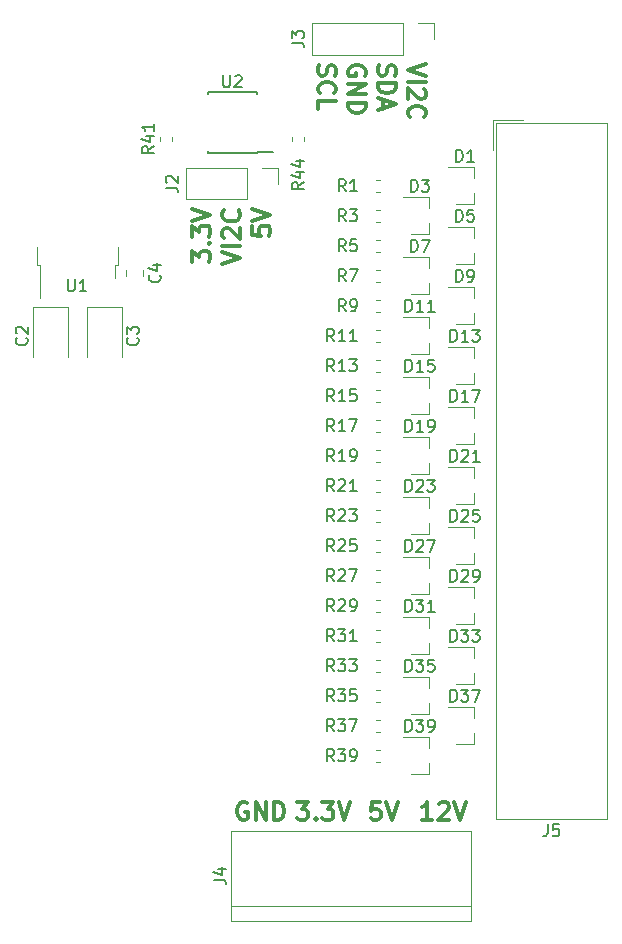
<source format=gbr>
G04 #@! TF.GenerationSoftware,KiCad,Pcbnew,5.0.0*
G04 #@! TF.CreationDate,2018-09-21T23:47:20-07:00*
G04 #@! TF.ProjectId,HSMC-GPIO-kicad,48534D432D4750494F2D6B696361642E,rev?*
G04 #@! TF.SameCoordinates,Original*
G04 #@! TF.FileFunction,Legend,Top*
G04 #@! TF.FilePolarity,Positive*
%FSLAX46Y46*%
G04 Gerber Fmt 4.6, Leading zero omitted, Abs format (unit mm)*
G04 Created by KiCad (PCBNEW 5.0.0) date Fri Sep 21 23:47:20 2018*
%MOMM*%
%LPD*%
G01*
G04 APERTURE LIST*
%ADD10C,0.300000*%
%ADD11C,0.120000*%
%ADD12C,0.150000*%
G04 APERTURE END LIST*
D10*
X57346852Y-92471178D02*
X57203995Y-92399749D01*
X56989710Y-92399749D01*
X56775424Y-92471178D01*
X56632567Y-92614035D01*
X56561138Y-92756892D01*
X56489710Y-93042606D01*
X56489710Y-93256892D01*
X56561138Y-93542606D01*
X56632567Y-93685463D01*
X56775424Y-93828320D01*
X56989710Y-93899749D01*
X57132567Y-93899749D01*
X57346852Y-93828320D01*
X57418281Y-93756892D01*
X57418281Y-93256892D01*
X57132567Y-93256892D01*
X58061138Y-93899749D02*
X58061138Y-92399749D01*
X58918281Y-93899749D01*
X58918281Y-92399749D01*
X59632567Y-93899749D02*
X59632567Y-92399749D01*
X59989710Y-92399749D01*
X60203995Y-92471178D01*
X60346852Y-92614035D01*
X60418281Y-92756892D01*
X60489710Y-93042606D01*
X60489710Y-93256892D01*
X60418281Y-93542606D01*
X60346852Y-93685463D01*
X60203995Y-93828320D01*
X59989710Y-93899749D01*
X59632567Y-93899749D01*
X73026154Y-93899749D02*
X72169011Y-93899749D01*
X72597583Y-93899749D02*
X72597583Y-92399749D01*
X72454726Y-92614035D01*
X72311868Y-92756892D01*
X72169011Y-92828320D01*
X73597583Y-92542606D02*
X73669011Y-92471178D01*
X73811868Y-92399749D01*
X74169011Y-92399749D01*
X74311868Y-92471178D01*
X74383297Y-92542606D01*
X74454726Y-92685463D01*
X74454726Y-92828320D01*
X74383297Y-93042606D01*
X73526154Y-93899749D01*
X74454726Y-93899749D01*
X74883297Y-92399749D02*
X75383297Y-93899749D01*
X75883297Y-92399749D01*
X68589011Y-92399749D02*
X67874726Y-92399749D01*
X67803297Y-93114035D01*
X67874726Y-93042606D01*
X68017583Y-92971178D01*
X68374726Y-92971178D01*
X68517583Y-93042606D01*
X68589011Y-93114035D01*
X68660440Y-93256892D01*
X68660440Y-93614035D01*
X68589011Y-93756892D01*
X68517583Y-93828320D01*
X68374726Y-93899749D01*
X68017583Y-93899749D01*
X67874726Y-93828320D01*
X67803297Y-93756892D01*
X69089011Y-92399749D02*
X69589011Y-93899749D01*
X70089011Y-92399749D01*
X61580440Y-92399749D02*
X62509011Y-92399749D01*
X62009011Y-92971178D01*
X62223297Y-92971178D01*
X62366154Y-93042606D01*
X62437583Y-93114035D01*
X62509011Y-93256892D01*
X62509011Y-93614035D01*
X62437583Y-93756892D01*
X62366154Y-93828320D01*
X62223297Y-93899749D01*
X61794726Y-93899749D01*
X61651868Y-93828320D01*
X61580440Y-93756892D01*
X63151868Y-93756892D02*
X63223297Y-93828320D01*
X63151868Y-93899749D01*
X63080440Y-93828320D01*
X63151868Y-93756892D01*
X63151868Y-93899749D01*
X63723297Y-92399749D02*
X64651868Y-92399749D01*
X64151868Y-92971178D01*
X64366154Y-92971178D01*
X64509011Y-93042606D01*
X64580440Y-93114035D01*
X64651868Y-93256892D01*
X64651868Y-93614035D01*
X64580440Y-93756892D01*
X64509011Y-93828320D01*
X64366154Y-93899749D01*
X63937583Y-93899749D01*
X63794726Y-93828320D01*
X63723297Y-93756892D01*
X65080440Y-92399749D02*
X65580440Y-93899749D01*
X66080440Y-92399749D01*
X55255281Y-46796384D02*
X56755281Y-46296384D01*
X55255281Y-45796384D01*
X56755281Y-45296384D02*
X55255281Y-45296384D01*
X55398138Y-44653527D02*
X55326710Y-44582098D01*
X55255281Y-44439241D01*
X55255281Y-44082098D01*
X55326710Y-43939241D01*
X55398138Y-43867812D01*
X55540995Y-43796384D01*
X55683852Y-43796384D01*
X55898138Y-43867812D01*
X56755281Y-44724955D01*
X56755281Y-43796384D01*
X56612424Y-42296384D02*
X56683852Y-42367812D01*
X56755281Y-42582098D01*
X56755281Y-42724955D01*
X56683852Y-42939241D01*
X56540995Y-43082098D01*
X56398138Y-43153527D01*
X56112424Y-43224955D01*
X55898138Y-43224955D01*
X55612424Y-43153527D01*
X55469567Y-43082098D01*
X55326710Y-42939241D01*
X55255281Y-42724955D01*
X55255281Y-42582098D01*
X55326710Y-42367812D01*
X55398138Y-42296384D01*
X57795281Y-43653527D02*
X57795281Y-44367812D01*
X58509567Y-44439241D01*
X58438138Y-44367812D01*
X58366710Y-44224955D01*
X58366710Y-43867812D01*
X58438138Y-43724955D01*
X58509567Y-43653527D01*
X58652424Y-43582098D01*
X59009567Y-43582098D01*
X59152424Y-43653527D01*
X59223852Y-43724955D01*
X59295281Y-43867812D01*
X59295281Y-44224955D01*
X59223852Y-44367812D01*
X59152424Y-44439241D01*
X57795281Y-43153527D02*
X59295281Y-42653527D01*
X57795281Y-42153527D01*
X52715281Y-46653527D02*
X52715281Y-45724955D01*
X53286710Y-46224955D01*
X53286710Y-46010670D01*
X53358138Y-45867812D01*
X53429567Y-45796384D01*
X53572424Y-45724955D01*
X53929567Y-45724955D01*
X54072424Y-45796384D01*
X54143852Y-45867812D01*
X54215281Y-46010670D01*
X54215281Y-46439241D01*
X54143852Y-46582098D01*
X54072424Y-46653527D01*
X54072424Y-45082098D02*
X54143852Y-45010670D01*
X54215281Y-45082098D01*
X54143852Y-45153527D01*
X54072424Y-45082098D01*
X54215281Y-45082098D01*
X52715281Y-44510670D02*
X52715281Y-43582098D01*
X53286710Y-44082098D01*
X53286710Y-43867812D01*
X53358138Y-43724955D01*
X53429567Y-43653527D01*
X53572424Y-43582098D01*
X53929567Y-43582098D01*
X54072424Y-43653527D01*
X54143852Y-43724955D01*
X54215281Y-43867812D01*
X54215281Y-44296384D01*
X54143852Y-44439241D01*
X54072424Y-44510670D01*
X52715281Y-43153527D02*
X54215281Y-42653527D01*
X52715281Y-42153527D01*
X72473608Y-29880057D02*
X70973608Y-30380057D01*
X72473608Y-30880057D01*
X70973608Y-31380057D02*
X72473608Y-31380057D01*
X72330751Y-32022914D02*
X72402180Y-32094342D01*
X72473608Y-32237200D01*
X72473608Y-32594342D01*
X72402180Y-32737200D01*
X72330751Y-32808628D01*
X72187894Y-32880057D01*
X72045037Y-32880057D01*
X71830751Y-32808628D01*
X70973608Y-31951485D01*
X70973608Y-32880057D01*
X71116465Y-34380057D02*
X71045037Y-34308628D01*
X70973608Y-34094342D01*
X70973608Y-33951485D01*
X71045037Y-33737200D01*
X71187894Y-33594342D01*
X71330751Y-33522914D01*
X71616465Y-33451485D01*
X71830751Y-33451485D01*
X72116465Y-33522914D01*
X72259322Y-33594342D01*
X72402180Y-33737200D01*
X72473608Y-33951485D01*
X72473608Y-34094342D01*
X72402180Y-34308628D01*
X72330751Y-34380057D01*
X67322180Y-30880057D02*
X67393608Y-30737200D01*
X67393608Y-30522914D01*
X67322180Y-30308628D01*
X67179322Y-30165771D01*
X67036465Y-30094342D01*
X66750751Y-30022914D01*
X66536465Y-30022914D01*
X66250751Y-30094342D01*
X66107894Y-30165771D01*
X65965037Y-30308628D01*
X65893608Y-30522914D01*
X65893608Y-30665771D01*
X65965037Y-30880057D01*
X66036465Y-30951485D01*
X66536465Y-30951485D01*
X66536465Y-30665771D01*
X65893608Y-31594342D02*
X67393608Y-31594342D01*
X65893608Y-32451485D01*
X67393608Y-32451485D01*
X65893608Y-33165771D02*
X67393608Y-33165771D01*
X67393608Y-33522914D01*
X67322180Y-33737200D01*
X67179322Y-33880057D01*
X67036465Y-33951485D01*
X66750751Y-34022914D01*
X66536465Y-34022914D01*
X66250751Y-33951485D01*
X66107894Y-33880057D01*
X65965037Y-33737200D01*
X65893608Y-33522914D01*
X65893608Y-33165771D01*
X68505037Y-30022914D02*
X68433608Y-30237200D01*
X68433608Y-30594342D01*
X68505037Y-30737200D01*
X68576465Y-30808628D01*
X68719322Y-30880057D01*
X68862180Y-30880057D01*
X69005037Y-30808628D01*
X69076465Y-30737200D01*
X69147894Y-30594342D01*
X69219322Y-30308628D01*
X69290751Y-30165771D01*
X69362180Y-30094342D01*
X69505037Y-30022914D01*
X69647894Y-30022914D01*
X69790751Y-30094342D01*
X69862180Y-30165771D01*
X69933608Y-30308628D01*
X69933608Y-30665771D01*
X69862180Y-30880057D01*
X68433608Y-31522914D02*
X69933608Y-31522914D01*
X69933608Y-31880057D01*
X69862180Y-32094342D01*
X69719322Y-32237200D01*
X69576465Y-32308628D01*
X69290751Y-32380057D01*
X69076465Y-32380057D01*
X68790751Y-32308628D01*
X68647894Y-32237200D01*
X68505037Y-32094342D01*
X68433608Y-31880057D01*
X68433608Y-31522914D01*
X68862180Y-32951485D02*
X68862180Y-33665771D01*
X68433608Y-32808628D02*
X69933608Y-33308628D01*
X68433608Y-33808628D01*
X63425037Y-30022914D02*
X63353608Y-30237200D01*
X63353608Y-30594342D01*
X63425037Y-30737200D01*
X63496465Y-30808628D01*
X63639322Y-30880057D01*
X63782180Y-30880057D01*
X63925037Y-30808628D01*
X63996465Y-30737200D01*
X64067894Y-30594342D01*
X64139322Y-30308628D01*
X64210751Y-30165771D01*
X64282180Y-30094342D01*
X64425037Y-30022914D01*
X64567894Y-30022914D01*
X64710751Y-30094342D01*
X64782180Y-30165771D01*
X64853608Y-30308628D01*
X64853608Y-30665771D01*
X64782180Y-30880057D01*
X63496465Y-32380057D02*
X63425037Y-32308628D01*
X63353608Y-32094342D01*
X63353608Y-31951485D01*
X63425037Y-31737200D01*
X63567894Y-31594342D01*
X63710751Y-31522914D01*
X63996465Y-31451485D01*
X64210751Y-31451485D01*
X64496465Y-31522914D01*
X64639322Y-31594342D01*
X64782180Y-31737200D01*
X64853608Y-31951485D01*
X64853608Y-32094342D01*
X64782180Y-32308628D01*
X64710751Y-32380057D01*
X63353608Y-33737200D02*
X63353608Y-33022914D01*
X64853608Y-33022914D01*
D11*
G04 #@! TO.C,D27*
X72711710Y-74810200D02*
X71251710Y-74810200D01*
X72711710Y-71650200D02*
X70551710Y-71650200D01*
X72711710Y-71650200D02*
X72711710Y-72580200D01*
X72711710Y-74810200D02*
X72711710Y-73880200D01*
G04 #@! TO.C,D3*
X72711710Y-44330200D02*
X71251710Y-44330200D01*
X72711710Y-41170200D02*
X70551710Y-41170200D01*
X72711710Y-41170200D02*
X72711710Y-42100200D01*
X72711710Y-44330200D02*
X72711710Y-43400200D01*
G04 #@! TO.C,D11*
X72711710Y-54490200D02*
X71251710Y-54490200D01*
X72711710Y-51330200D02*
X70551710Y-51330200D01*
X72711710Y-51330200D02*
X72711710Y-52260200D01*
X72711710Y-54490200D02*
X72711710Y-53560200D01*
G04 #@! TO.C,D19*
X72711710Y-64650200D02*
X71251710Y-64650200D01*
X72711710Y-61490200D02*
X70551710Y-61490200D01*
X72711710Y-61490200D02*
X72711710Y-62420200D01*
X72711710Y-64650200D02*
X72711710Y-63720200D01*
G04 #@! TO.C,D15*
X72711710Y-59570200D02*
X71251710Y-59570200D01*
X72711710Y-56410200D02*
X70551710Y-56410200D01*
X72711710Y-56410200D02*
X72711710Y-57340200D01*
X72711710Y-59570200D02*
X72711710Y-58640200D01*
G04 #@! TO.C,D31*
X72711710Y-79890200D02*
X71251710Y-79890200D01*
X72711710Y-76730200D02*
X70551710Y-76730200D01*
X72711710Y-76730200D02*
X72711710Y-77660200D01*
X72711710Y-79890200D02*
X72711710Y-78960200D01*
G04 #@! TO.C,D35*
X72711710Y-84970200D02*
X71251710Y-84970200D01*
X72711710Y-81810200D02*
X70551710Y-81810200D01*
X72711710Y-81810200D02*
X72711710Y-82740200D01*
X72711710Y-84970200D02*
X72711710Y-84040200D01*
G04 #@! TO.C,D23*
X72711710Y-69730200D02*
X71251710Y-69730200D01*
X72711710Y-66570200D02*
X70551710Y-66570200D01*
X72711710Y-66570200D02*
X72711710Y-67500200D01*
X72711710Y-69730200D02*
X72711710Y-68800200D01*
G04 #@! TO.C,D7*
X72711710Y-49410200D02*
X71251710Y-49410200D01*
X72711710Y-46250200D02*
X70551710Y-46250200D01*
X72711710Y-46250200D02*
X72711710Y-47180200D01*
X72711710Y-49410200D02*
X72711710Y-48480200D01*
G04 #@! TO.C,R41*
X49978710Y-36415949D02*
X49978710Y-36090391D01*
X50998710Y-36415949D02*
X50998710Y-36090391D01*
G04 #@! TO.C,R44*
X61154710Y-36415949D02*
X61154710Y-36090391D01*
X62174710Y-36415949D02*
X62174710Y-36090391D01*
D12*
G04 #@! TO.C,U2*
X58151710Y-37405670D02*
X58151710Y-37355670D01*
X54001710Y-37405670D02*
X54001710Y-37260670D01*
X54001710Y-32255670D02*
X54001710Y-32400670D01*
X58151710Y-32255670D02*
X58151710Y-32400670D01*
X58151710Y-37405670D02*
X54001710Y-37405670D01*
X58151710Y-32255670D02*
X54001710Y-32255670D01*
X58151710Y-37355670D02*
X59551710Y-37355670D01*
D11*
G04 #@! TO.C,C3*
X43745510Y-50485410D02*
X43745510Y-54695410D01*
X46765510Y-50485410D02*
X43745510Y-50485410D01*
X46765510Y-54695410D02*
X46765510Y-50485410D01*
G04 #@! TO.C,C2*
X39173510Y-50485410D02*
X39173510Y-54695410D01*
X42193510Y-50485410D02*
X39173510Y-50485410D01*
X42193510Y-54695410D02*
X42193510Y-50485410D01*
G04 #@! TO.C,D37*
X76521710Y-87510200D02*
X75061710Y-87510200D01*
X76521710Y-84350200D02*
X74361710Y-84350200D01*
X76521710Y-84350200D02*
X76521710Y-85280200D01*
X76521710Y-87510200D02*
X76521710Y-86580200D01*
G04 #@! TO.C,D1*
X76521710Y-41790200D02*
X75061710Y-41790200D01*
X76521710Y-38630200D02*
X74361710Y-38630200D01*
X76521710Y-38630200D02*
X76521710Y-39560200D01*
X76521710Y-41790200D02*
X76521710Y-40860200D01*
G04 #@! TO.C,D33*
X76521710Y-82430200D02*
X75061710Y-82430200D01*
X76521710Y-79270200D02*
X74361710Y-79270200D01*
X76521710Y-79270200D02*
X76521710Y-80200200D01*
X76521710Y-82430200D02*
X76521710Y-81500200D01*
G04 #@! TO.C,D9*
X76521710Y-51950200D02*
X75061710Y-51950200D01*
X76521710Y-48790200D02*
X74361710Y-48790200D01*
X76521710Y-48790200D02*
X76521710Y-49720200D01*
X76521710Y-51950200D02*
X76521710Y-51020200D01*
G04 #@! TO.C,D5*
X76521710Y-46870200D02*
X75061710Y-46870200D01*
X76521710Y-43710200D02*
X74361710Y-43710200D01*
X76521710Y-43710200D02*
X76521710Y-44640200D01*
X76521710Y-46870200D02*
X76521710Y-45940200D01*
G04 #@! TO.C,D17*
X76521710Y-62110200D02*
X75061710Y-62110200D01*
X76521710Y-58950200D02*
X74361710Y-58950200D01*
X76521710Y-58950200D02*
X76521710Y-59880200D01*
X76521710Y-62110200D02*
X76521710Y-61180200D01*
G04 #@! TO.C,D13*
X76521710Y-57030200D02*
X75061710Y-57030200D01*
X76521710Y-53870200D02*
X74361710Y-53870200D01*
X76521710Y-53870200D02*
X76521710Y-54800200D01*
X76521710Y-57030200D02*
X76521710Y-56100200D01*
G04 #@! TO.C,D21*
X76521710Y-67190200D02*
X75061710Y-67190200D01*
X76521710Y-64030200D02*
X74361710Y-64030200D01*
X76521710Y-64030200D02*
X76521710Y-64960200D01*
X76521710Y-67190200D02*
X76521710Y-66260200D01*
G04 #@! TO.C,D29*
X76521710Y-77350200D02*
X75061710Y-77350200D01*
X76521710Y-74190200D02*
X74361710Y-74190200D01*
X76521710Y-74190200D02*
X76521710Y-75120200D01*
X76521710Y-77350200D02*
X76521710Y-76420200D01*
G04 #@! TO.C,D25*
X76521710Y-72270200D02*
X75061710Y-72270200D01*
X76521710Y-69110200D02*
X74361710Y-69110200D01*
X76521710Y-69110200D02*
X76521710Y-70040200D01*
X76521710Y-72270200D02*
X76521710Y-71340200D01*
G04 #@! TO.C,D39*
X72711710Y-90050200D02*
X71251710Y-90050200D01*
X72711710Y-86890200D02*
X70551710Y-86890200D01*
X72711710Y-86890200D02*
X72711710Y-87820200D01*
X72711710Y-90050200D02*
X72711710Y-89120200D01*
G04 #@! TO.C,J4*
X55949710Y-102440200D02*
X76269710Y-102440200D01*
X55949710Y-94820200D02*
X76269710Y-94820200D01*
X76269710Y-101170200D02*
X55949710Y-101170200D01*
X76269710Y-102440200D02*
X76269710Y-94820200D01*
X55949710Y-94820200D02*
X55949710Y-102440200D01*
G04 #@! TO.C,U1*
X39513510Y-45383910D02*
X39513510Y-46883910D01*
X39513510Y-46883910D02*
X39783510Y-46883910D01*
X39783510Y-46883910D02*
X39783510Y-49713910D01*
X46413510Y-45383910D02*
X46413510Y-46883910D01*
X46413510Y-46883910D02*
X46143510Y-46883910D01*
X46143510Y-46883910D02*
X46143510Y-47983910D01*
G04 #@! TO.C,R35*
X68558489Y-82880200D02*
X68232931Y-82880200D01*
X68558489Y-83900200D02*
X68232931Y-83900200D01*
G04 #@! TO.C,R11*
X68558489Y-52400200D02*
X68232931Y-52400200D01*
X68558489Y-53420200D02*
X68232931Y-53420200D01*
G04 #@! TO.C,R29*
X68558489Y-75260200D02*
X68232931Y-75260200D01*
X68558489Y-76280200D02*
X68232931Y-76280200D01*
G04 #@! TO.C,R33*
X68558489Y-80340200D02*
X68232931Y-80340200D01*
X68558489Y-81360200D02*
X68232931Y-81360200D01*
G04 #@! TO.C,R5*
X68558489Y-44780200D02*
X68232931Y-44780200D01*
X68558489Y-45800200D02*
X68232931Y-45800200D01*
G04 #@! TO.C,R7*
X68558489Y-47320200D02*
X68232931Y-47320200D01*
X68558489Y-48340200D02*
X68232931Y-48340200D01*
G04 #@! TO.C,R9*
X68558489Y-49860200D02*
X68232931Y-49860200D01*
X68558489Y-50880200D02*
X68232931Y-50880200D01*
G04 #@! TO.C,R13*
X68558489Y-54940200D02*
X68232931Y-54940200D01*
X68558489Y-55960200D02*
X68232931Y-55960200D01*
G04 #@! TO.C,R37*
X68558489Y-85420200D02*
X68232931Y-85420200D01*
X68558489Y-86440200D02*
X68232931Y-86440200D01*
G04 #@! TO.C,R3*
X68558489Y-42240200D02*
X68232931Y-42240200D01*
X68558489Y-43260200D02*
X68232931Y-43260200D01*
G04 #@! TO.C,R15*
X68558489Y-57480200D02*
X68232931Y-57480200D01*
X68558489Y-58500200D02*
X68232931Y-58500200D01*
G04 #@! TO.C,R17*
X68558489Y-60020200D02*
X68232931Y-60020200D01*
X68558489Y-61040200D02*
X68232931Y-61040200D01*
G04 #@! TO.C,R19*
X68558489Y-62560200D02*
X68232931Y-62560200D01*
X68558489Y-63580200D02*
X68232931Y-63580200D01*
G04 #@! TO.C,R21*
X68558489Y-65100200D02*
X68232931Y-65100200D01*
X68558489Y-66120200D02*
X68232931Y-66120200D01*
G04 #@! TO.C,R23*
X68558489Y-67640200D02*
X68232931Y-67640200D01*
X68558489Y-68660200D02*
X68232931Y-68660200D01*
G04 #@! TO.C,R25*
X68558489Y-70180200D02*
X68232931Y-70180200D01*
X68558489Y-71200200D02*
X68232931Y-71200200D01*
G04 #@! TO.C,R27*
X68558489Y-72720200D02*
X68232931Y-72720200D01*
X68558489Y-73740200D02*
X68232931Y-73740200D01*
G04 #@! TO.C,R31*
X68558489Y-77800200D02*
X68232931Y-77800200D01*
X68558489Y-78820200D02*
X68232931Y-78820200D01*
G04 #@! TO.C,R39*
X68558489Y-87960200D02*
X68232931Y-87960200D01*
X68558489Y-88980200D02*
X68232931Y-88980200D01*
G04 #@! TO.C,R1*
X68558489Y-39700200D02*
X68232931Y-39700200D01*
X68558489Y-40720200D02*
X68232931Y-40720200D01*
G04 #@! TO.C,J3*
X62874710Y-26434200D02*
X62874710Y-29094200D01*
X70554710Y-26434200D02*
X62874710Y-26434200D01*
X70554710Y-29094200D02*
X62874710Y-29094200D01*
X70554710Y-26434200D02*
X70554710Y-29094200D01*
X71824710Y-26434200D02*
X73154710Y-26434200D01*
X73154710Y-26434200D02*
X73154710Y-27764200D01*
G04 #@! TO.C,C4*
X48505510Y-47339332D02*
X48505510Y-47856488D01*
X47085510Y-47339332D02*
X47085510Y-47856488D01*
G04 #@! TO.C,J5*
X78186710Y-34610200D02*
X80726710Y-34610200D01*
X78186710Y-34610200D02*
X78186710Y-37150200D01*
X78436710Y-34860200D02*
X87786710Y-34860200D01*
X78436710Y-93820200D02*
X78436710Y-34860200D01*
X87786710Y-93820200D02*
X78436710Y-93820200D01*
X87786710Y-34860200D02*
X87786710Y-93820200D01*
G04 #@! TO.C,J2*
X59946710Y-38707670D02*
X59946710Y-40037670D01*
X58616710Y-38707670D02*
X59946710Y-38707670D01*
X57346710Y-38707670D02*
X57346710Y-41367670D01*
X57346710Y-41367670D02*
X52206710Y-41367670D01*
X57346710Y-38707670D02*
X52206710Y-38707670D01*
X52206710Y-38707670D02*
X52206710Y-41367670D01*
G04 #@! TO.C,D27*
D12*
X70737424Y-71182580D02*
X70737424Y-70182580D01*
X70975519Y-70182580D01*
X71118376Y-70230200D01*
X71213614Y-70325438D01*
X71261233Y-70420676D01*
X71308852Y-70611152D01*
X71308852Y-70754009D01*
X71261233Y-70944485D01*
X71213614Y-71039723D01*
X71118376Y-71134961D01*
X70975519Y-71182580D01*
X70737424Y-71182580D01*
X71689805Y-70277819D02*
X71737424Y-70230200D01*
X71832662Y-70182580D01*
X72070757Y-70182580D01*
X72165995Y-70230200D01*
X72213614Y-70277819D01*
X72261233Y-70373057D01*
X72261233Y-70468295D01*
X72213614Y-70611152D01*
X71642186Y-71182580D01*
X72261233Y-71182580D01*
X72594567Y-70182580D02*
X73261233Y-70182580D01*
X72832662Y-71182580D01*
G04 #@! TO.C,D3*
X71213614Y-40702580D02*
X71213614Y-39702580D01*
X71451710Y-39702580D01*
X71594567Y-39750200D01*
X71689805Y-39845438D01*
X71737424Y-39940676D01*
X71785043Y-40131152D01*
X71785043Y-40274009D01*
X71737424Y-40464485D01*
X71689805Y-40559723D01*
X71594567Y-40654961D01*
X71451710Y-40702580D01*
X71213614Y-40702580D01*
X72118376Y-39702580D02*
X72737424Y-39702580D01*
X72404090Y-40083533D01*
X72546948Y-40083533D01*
X72642186Y-40131152D01*
X72689805Y-40178771D01*
X72737424Y-40274009D01*
X72737424Y-40512104D01*
X72689805Y-40607342D01*
X72642186Y-40654961D01*
X72546948Y-40702580D01*
X72261233Y-40702580D01*
X72165995Y-40654961D01*
X72118376Y-40607342D01*
G04 #@! TO.C,D11*
X70737424Y-50862580D02*
X70737424Y-49862580D01*
X70975519Y-49862580D01*
X71118376Y-49910200D01*
X71213614Y-50005438D01*
X71261233Y-50100676D01*
X71308852Y-50291152D01*
X71308852Y-50434009D01*
X71261233Y-50624485D01*
X71213614Y-50719723D01*
X71118376Y-50814961D01*
X70975519Y-50862580D01*
X70737424Y-50862580D01*
X72261233Y-50862580D02*
X71689805Y-50862580D01*
X71975519Y-50862580D02*
X71975519Y-49862580D01*
X71880281Y-50005438D01*
X71785043Y-50100676D01*
X71689805Y-50148295D01*
X73213614Y-50862580D02*
X72642186Y-50862580D01*
X72927900Y-50862580D02*
X72927900Y-49862580D01*
X72832662Y-50005438D01*
X72737424Y-50100676D01*
X72642186Y-50148295D01*
G04 #@! TO.C,D19*
X70737424Y-61022580D02*
X70737424Y-60022580D01*
X70975519Y-60022580D01*
X71118376Y-60070200D01*
X71213614Y-60165438D01*
X71261233Y-60260676D01*
X71308852Y-60451152D01*
X71308852Y-60594009D01*
X71261233Y-60784485D01*
X71213614Y-60879723D01*
X71118376Y-60974961D01*
X70975519Y-61022580D01*
X70737424Y-61022580D01*
X72261233Y-61022580D02*
X71689805Y-61022580D01*
X71975519Y-61022580D02*
X71975519Y-60022580D01*
X71880281Y-60165438D01*
X71785043Y-60260676D01*
X71689805Y-60308295D01*
X72737424Y-61022580D02*
X72927900Y-61022580D01*
X73023138Y-60974961D01*
X73070757Y-60927342D01*
X73165995Y-60784485D01*
X73213614Y-60594009D01*
X73213614Y-60213057D01*
X73165995Y-60117819D01*
X73118376Y-60070200D01*
X73023138Y-60022580D01*
X72832662Y-60022580D01*
X72737424Y-60070200D01*
X72689805Y-60117819D01*
X72642186Y-60213057D01*
X72642186Y-60451152D01*
X72689805Y-60546390D01*
X72737424Y-60594009D01*
X72832662Y-60641628D01*
X73023138Y-60641628D01*
X73118376Y-60594009D01*
X73165995Y-60546390D01*
X73213614Y-60451152D01*
G04 #@! TO.C,D15*
X70737424Y-55942580D02*
X70737424Y-54942580D01*
X70975519Y-54942580D01*
X71118376Y-54990200D01*
X71213614Y-55085438D01*
X71261233Y-55180676D01*
X71308852Y-55371152D01*
X71308852Y-55514009D01*
X71261233Y-55704485D01*
X71213614Y-55799723D01*
X71118376Y-55894961D01*
X70975519Y-55942580D01*
X70737424Y-55942580D01*
X72261233Y-55942580D02*
X71689805Y-55942580D01*
X71975519Y-55942580D02*
X71975519Y-54942580D01*
X71880281Y-55085438D01*
X71785043Y-55180676D01*
X71689805Y-55228295D01*
X73165995Y-54942580D02*
X72689805Y-54942580D01*
X72642186Y-55418771D01*
X72689805Y-55371152D01*
X72785043Y-55323533D01*
X73023138Y-55323533D01*
X73118376Y-55371152D01*
X73165995Y-55418771D01*
X73213614Y-55514009D01*
X73213614Y-55752104D01*
X73165995Y-55847342D01*
X73118376Y-55894961D01*
X73023138Y-55942580D01*
X72785043Y-55942580D01*
X72689805Y-55894961D01*
X72642186Y-55847342D01*
G04 #@! TO.C,D31*
X70737424Y-76262580D02*
X70737424Y-75262580D01*
X70975519Y-75262580D01*
X71118376Y-75310200D01*
X71213614Y-75405438D01*
X71261233Y-75500676D01*
X71308852Y-75691152D01*
X71308852Y-75834009D01*
X71261233Y-76024485D01*
X71213614Y-76119723D01*
X71118376Y-76214961D01*
X70975519Y-76262580D01*
X70737424Y-76262580D01*
X71642186Y-75262580D02*
X72261233Y-75262580D01*
X71927900Y-75643533D01*
X72070757Y-75643533D01*
X72165995Y-75691152D01*
X72213614Y-75738771D01*
X72261233Y-75834009D01*
X72261233Y-76072104D01*
X72213614Y-76167342D01*
X72165995Y-76214961D01*
X72070757Y-76262580D01*
X71785043Y-76262580D01*
X71689805Y-76214961D01*
X71642186Y-76167342D01*
X73213614Y-76262580D02*
X72642186Y-76262580D01*
X72927900Y-76262580D02*
X72927900Y-75262580D01*
X72832662Y-75405438D01*
X72737424Y-75500676D01*
X72642186Y-75548295D01*
G04 #@! TO.C,D35*
X70737424Y-81342580D02*
X70737424Y-80342580D01*
X70975519Y-80342580D01*
X71118376Y-80390200D01*
X71213614Y-80485438D01*
X71261233Y-80580676D01*
X71308852Y-80771152D01*
X71308852Y-80914009D01*
X71261233Y-81104485D01*
X71213614Y-81199723D01*
X71118376Y-81294961D01*
X70975519Y-81342580D01*
X70737424Y-81342580D01*
X71642186Y-80342580D02*
X72261233Y-80342580D01*
X71927900Y-80723533D01*
X72070757Y-80723533D01*
X72165995Y-80771152D01*
X72213614Y-80818771D01*
X72261233Y-80914009D01*
X72261233Y-81152104D01*
X72213614Y-81247342D01*
X72165995Y-81294961D01*
X72070757Y-81342580D01*
X71785043Y-81342580D01*
X71689805Y-81294961D01*
X71642186Y-81247342D01*
X73165995Y-80342580D02*
X72689805Y-80342580D01*
X72642186Y-80818771D01*
X72689805Y-80771152D01*
X72785043Y-80723533D01*
X73023138Y-80723533D01*
X73118376Y-80771152D01*
X73165995Y-80818771D01*
X73213614Y-80914009D01*
X73213614Y-81152104D01*
X73165995Y-81247342D01*
X73118376Y-81294961D01*
X73023138Y-81342580D01*
X72785043Y-81342580D01*
X72689805Y-81294961D01*
X72642186Y-81247342D01*
G04 #@! TO.C,D23*
X70737424Y-66102580D02*
X70737424Y-65102580D01*
X70975519Y-65102580D01*
X71118376Y-65150200D01*
X71213614Y-65245438D01*
X71261233Y-65340676D01*
X71308852Y-65531152D01*
X71308852Y-65674009D01*
X71261233Y-65864485D01*
X71213614Y-65959723D01*
X71118376Y-66054961D01*
X70975519Y-66102580D01*
X70737424Y-66102580D01*
X71689805Y-65197819D02*
X71737424Y-65150200D01*
X71832662Y-65102580D01*
X72070757Y-65102580D01*
X72165995Y-65150200D01*
X72213614Y-65197819D01*
X72261233Y-65293057D01*
X72261233Y-65388295D01*
X72213614Y-65531152D01*
X71642186Y-66102580D01*
X72261233Y-66102580D01*
X72594567Y-65102580D02*
X73213614Y-65102580D01*
X72880281Y-65483533D01*
X73023138Y-65483533D01*
X73118376Y-65531152D01*
X73165995Y-65578771D01*
X73213614Y-65674009D01*
X73213614Y-65912104D01*
X73165995Y-66007342D01*
X73118376Y-66054961D01*
X73023138Y-66102580D01*
X72737424Y-66102580D01*
X72642186Y-66054961D01*
X72594567Y-66007342D01*
G04 #@! TO.C,D7*
X71213614Y-45782580D02*
X71213614Y-44782580D01*
X71451710Y-44782580D01*
X71594567Y-44830200D01*
X71689805Y-44925438D01*
X71737424Y-45020676D01*
X71785043Y-45211152D01*
X71785043Y-45354009D01*
X71737424Y-45544485D01*
X71689805Y-45639723D01*
X71594567Y-45734961D01*
X71451710Y-45782580D01*
X71213614Y-45782580D01*
X72118376Y-44782580D02*
X72785043Y-44782580D01*
X72356471Y-45782580D01*
G04 #@! TO.C,R41*
X49417090Y-36870527D02*
X48940900Y-37203860D01*
X49417090Y-37441955D02*
X48417090Y-37441955D01*
X48417090Y-37061003D01*
X48464710Y-36965765D01*
X48512329Y-36918146D01*
X48607567Y-36870527D01*
X48750424Y-36870527D01*
X48845662Y-36918146D01*
X48893281Y-36965765D01*
X48940900Y-37061003D01*
X48940900Y-37441955D01*
X48750424Y-36013384D02*
X49417090Y-36013384D01*
X48369471Y-36251479D02*
X49083757Y-36489574D01*
X49083757Y-35870527D01*
X49417090Y-34965765D02*
X49417090Y-35537193D01*
X49417090Y-35251479D02*
X48417090Y-35251479D01*
X48559948Y-35346717D01*
X48655186Y-35441955D01*
X48702805Y-35537193D01*
G04 #@! TO.C,R44*
X62117090Y-39918527D02*
X61640900Y-40251860D01*
X62117090Y-40489955D02*
X61117090Y-40489955D01*
X61117090Y-40109003D01*
X61164710Y-40013765D01*
X61212329Y-39966146D01*
X61307567Y-39918527D01*
X61450424Y-39918527D01*
X61545662Y-39966146D01*
X61593281Y-40013765D01*
X61640900Y-40109003D01*
X61640900Y-40489955D01*
X61450424Y-39061384D02*
X62117090Y-39061384D01*
X61069471Y-39299479D02*
X61783757Y-39537574D01*
X61783757Y-38918527D01*
X61450424Y-38109003D02*
X62117090Y-38109003D01*
X61069471Y-38347098D02*
X61783757Y-38585193D01*
X61783757Y-37966146D01*
G04 #@! TO.C,U2*
X55314805Y-30854050D02*
X55314805Y-31663574D01*
X55362424Y-31758812D01*
X55410043Y-31806431D01*
X55505281Y-31854050D01*
X55695757Y-31854050D01*
X55790995Y-31806431D01*
X55838614Y-31758812D01*
X55886233Y-31663574D01*
X55886233Y-30854050D01*
X56314805Y-30949289D02*
X56362424Y-30901670D01*
X56457662Y-30854050D01*
X56695757Y-30854050D01*
X56790995Y-30901670D01*
X56838614Y-30949289D01*
X56886233Y-31044527D01*
X56886233Y-31139765D01*
X56838614Y-31282622D01*
X56267186Y-31854050D01*
X56886233Y-31854050D01*
G04 #@! TO.C,C3*
X48051852Y-53076866D02*
X48099471Y-53124485D01*
X48147090Y-53267342D01*
X48147090Y-53362580D01*
X48099471Y-53505438D01*
X48004233Y-53600676D01*
X47908995Y-53648295D01*
X47718519Y-53695914D01*
X47575662Y-53695914D01*
X47385186Y-53648295D01*
X47289948Y-53600676D01*
X47194710Y-53505438D01*
X47147090Y-53362580D01*
X47147090Y-53267342D01*
X47194710Y-53124485D01*
X47242329Y-53076866D01*
X47147090Y-52743533D02*
X47147090Y-52124485D01*
X47528043Y-52457819D01*
X47528043Y-52314961D01*
X47575662Y-52219723D01*
X47623281Y-52172104D01*
X47718519Y-52124485D01*
X47956614Y-52124485D01*
X48051852Y-52172104D01*
X48099471Y-52219723D01*
X48147090Y-52314961D01*
X48147090Y-52600676D01*
X48099471Y-52695914D01*
X48051852Y-52743533D01*
G04 #@! TO.C,C2*
X38653852Y-53076866D02*
X38701471Y-53124485D01*
X38749090Y-53267342D01*
X38749090Y-53362580D01*
X38701471Y-53505438D01*
X38606233Y-53600676D01*
X38510995Y-53648295D01*
X38320519Y-53695914D01*
X38177662Y-53695914D01*
X37987186Y-53648295D01*
X37891948Y-53600676D01*
X37796710Y-53505438D01*
X37749090Y-53362580D01*
X37749090Y-53267342D01*
X37796710Y-53124485D01*
X37844329Y-53076866D01*
X37844329Y-52695914D02*
X37796710Y-52648295D01*
X37749090Y-52553057D01*
X37749090Y-52314961D01*
X37796710Y-52219723D01*
X37844329Y-52172104D01*
X37939567Y-52124485D01*
X38034805Y-52124485D01*
X38177662Y-52172104D01*
X38749090Y-52743533D01*
X38749090Y-52124485D01*
G04 #@! TO.C,D37*
X74547424Y-83882580D02*
X74547424Y-82882580D01*
X74785519Y-82882580D01*
X74928376Y-82930200D01*
X75023614Y-83025438D01*
X75071233Y-83120676D01*
X75118852Y-83311152D01*
X75118852Y-83454009D01*
X75071233Y-83644485D01*
X75023614Y-83739723D01*
X74928376Y-83834961D01*
X74785519Y-83882580D01*
X74547424Y-83882580D01*
X75452186Y-82882580D02*
X76071233Y-82882580D01*
X75737900Y-83263533D01*
X75880757Y-83263533D01*
X75975995Y-83311152D01*
X76023614Y-83358771D01*
X76071233Y-83454009D01*
X76071233Y-83692104D01*
X76023614Y-83787342D01*
X75975995Y-83834961D01*
X75880757Y-83882580D01*
X75595043Y-83882580D01*
X75499805Y-83834961D01*
X75452186Y-83787342D01*
X76404567Y-82882580D02*
X77071233Y-82882580D01*
X76642662Y-83882580D01*
G04 #@! TO.C,D1*
X75023614Y-38162580D02*
X75023614Y-37162580D01*
X75261710Y-37162580D01*
X75404567Y-37210200D01*
X75499805Y-37305438D01*
X75547424Y-37400676D01*
X75595043Y-37591152D01*
X75595043Y-37734009D01*
X75547424Y-37924485D01*
X75499805Y-38019723D01*
X75404567Y-38114961D01*
X75261710Y-38162580D01*
X75023614Y-38162580D01*
X76547424Y-38162580D02*
X75975995Y-38162580D01*
X76261710Y-38162580D02*
X76261710Y-37162580D01*
X76166471Y-37305438D01*
X76071233Y-37400676D01*
X75975995Y-37448295D01*
G04 #@! TO.C,D33*
X74547424Y-78802580D02*
X74547424Y-77802580D01*
X74785519Y-77802580D01*
X74928376Y-77850200D01*
X75023614Y-77945438D01*
X75071233Y-78040676D01*
X75118852Y-78231152D01*
X75118852Y-78374009D01*
X75071233Y-78564485D01*
X75023614Y-78659723D01*
X74928376Y-78754961D01*
X74785519Y-78802580D01*
X74547424Y-78802580D01*
X75452186Y-77802580D02*
X76071233Y-77802580D01*
X75737900Y-78183533D01*
X75880757Y-78183533D01*
X75975995Y-78231152D01*
X76023614Y-78278771D01*
X76071233Y-78374009D01*
X76071233Y-78612104D01*
X76023614Y-78707342D01*
X75975995Y-78754961D01*
X75880757Y-78802580D01*
X75595043Y-78802580D01*
X75499805Y-78754961D01*
X75452186Y-78707342D01*
X76404567Y-77802580D02*
X77023614Y-77802580D01*
X76690281Y-78183533D01*
X76833138Y-78183533D01*
X76928376Y-78231152D01*
X76975995Y-78278771D01*
X77023614Y-78374009D01*
X77023614Y-78612104D01*
X76975995Y-78707342D01*
X76928376Y-78754961D01*
X76833138Y-78802580D01*
X76547424Y-78802580D01*
X76452186Y-78754961D01*
X76404567Y-78707342D01*
G04 #@! TO.C,D9*
X75023614Y-48322580D02*
X75023614Y-47322580D01*
X75261710Y-47322580D01*
X75404567Y-47370200D01*
X75499805Y-47465438D01*
X75547424Y-47560676D01*
X75595043Y-47751152D01*
X75595043Y-47894009D01*
X75547424Y-48084485D01*
X75499805Y-48179723D01*
X75404567Y-48274961D01*
X75261710Y-48322580D01*
X75023614Y-48322580D01*
X76071233Y-48322580D02*
X76261710Y-48322580D01*
X76356948Y-48274961D01*
X76404567Y-48227342D01*
X76499805Y-48084485D01*
X76547424Y-47894009D01*
X76547424Y-47513057D01*
X76499805Y-47417819D01*
X76452186Y-47370200D01*
X76356948Y-47322580D01*
X76166471Y-47322580D01*
X76071233Y-47370200D01*
X76023614Y-47417819D01*
X75975995Y-47513057D01*
X75975995Y-47751152D01*
X76023614Y-47846390D01*
X76071233Y-47894009D01*
X76166471Y-47941628D01*
X76356948Y-47941628D01*
X76452186Y-47894009D01*
X76499805Y-47846390D01*
X76547424Y-47751152D01*
G04 #@! TO.C,D5*
X75023614Y-43242580D02*
X75023614Y-42242580D01*
X75261710Y-42242580D01*
X75404567Y-42290200D01*
X75499805Y-42385438D01*
X75547424Y-42480676D01*
X75595043Y-42671152D01*
X75595043Y-42814009D01*
X75547424Y-43004485D01*
X75499805Y-43099723D01*
X75404567Y-43194961D01*
X75261710Y-43242580D01*
X75023614Y-43242580D01*
X76499805Y-42242580D02*
X76023614Y-42242580D01*
X75975995Y-42718771D01*
X76023614Y-42671152D01*
X76118852Y-42623533D01*
X76356948Y-42623533D01*
X76452186Y-42671152D01*
X76499805Y-42718771D01*
X76547424Y-42814009D01*
X76547424Y-43052104D01*
X76499805Y-43147342D01*
X76452186Y-43194961D01*
X76356948Y-43242580D01*
X76118852Y-43242580D01*
X76023614Y-43194961D01*
X75975995Y-43147342D01*
G04 #@! TO.C,D17*
X74547424Y-58482580D02*
X74547424Y-57482580D01*
X74785519Y-57482580D01*
X74928376Y-57530200D01*
X75023614Y-57625438D01*
X75071233Y-57720676D01*
X75118852Y-57911152D01*
X75118852Y-58054009D01*
X75071233Y-58244485D01*
X75023614Y-58339723D01*
X74928376Y-58434961D01*
X74785519Y-58482580D01*
X74547424Y-58482580D01*
X76071233Y-58482580D02*
X75499805Y-58482580D01*
X75785519Y-58482580D02*
X75785519Y-57482580D01*
X75690281Y-57625438D01*
X75595043Y-57720676D01*
X75499805Y-57768295D01*
X76404567Y-57482580D02*
X77071233Y-57482580D01*
X76642662Y-58482580D01*
G04 #@! TO.C,D13*
X74547424Y-53402580D02*
X74547424Y-52402580D01*
X74785519Y-52402580D01*
X74928376Y-52450200D01*
X75023614Y-52545438D01*
X75071233Y-52640676D01*
X75118852Y-52831152D01*
X75118852Y-52974009D01*
X75071233Y-53164485D01*
X75023614Y-53259723D01*
X74928376Y-53354961D01*
X74785519Y-53402580D01*
X74547424Y-53402580D01*
X76071233Y-53402580D02*
X75499805Y-53402580D01*
X75785519Y-53402580D02*
X75785519Y-52402580D01*
X75690281Y-52545438D01*
X75595043Y-52640676D01*
X75499805Y-52688295D01*
X76404567Y-52402580D02*
X77023614Y-52402580D01*
X76690281Y-52783533D01*
X76833138Y-52783533D01*
X76928376Y-52831152D01*
X76975995Y-52878771D01*
X77023614Y-52974009D01*
X77023614Y-53212104D01*
X76975995Y-53307342D01*
X76928376Y-53354961D01*
X76833138Y-53402580D01*
X76547424Y-53402580D01*
X76452186Y-53354961D01*
X76404567Y-53307342D01*
G04 #@! TO.C,D21*
X74547424Y-63562580D02*
X74547424Y-62562580D01*
X74785519Y-62562580D01*
X74928376Y-62610200D01*
X75023614Y-62705438D01*
X75071233Y-62800676D01*
X75118852Y-62991152D01*
X75118852Y-63134009D01*
X75071233Y-63324485D01*
X75023614Y-63419723D01*
X74928376Y-63514961D01*
X74785519Y-63562580D01*
X74547424Y-63562580D01*
X75499805Y-62657819D02*
X75547424Y-62610200D01*
X75642662Y-62562580D01*
X75880757Y-62562580D01*
X75975995Y-62610200D01*
X76023614Y-62657819D01*
X76071233Y-62753057D01*
X76071233Y-62848295D01*
X76023614Y-62991152D01*
X75452186Y-63562580D01*
X76071233Y-63562580D01*
X77023614Y-63562580D02*
X76452186Y-63562580D01*
X76737900Y-63562580D02*
X76737900Y-62562580D01*
X76642662Y-62705438D01*
X76547424Y-62800676D01*
X76452186Y-62848295D01*
G04 #@! TO.C,D29*
X74547424Y-73722580D02*
X74547424Y-72722580D01*
X74785519Y-72722580D01*
X74928376Y-72770200D01*
X75023614Y-72865438D01*
X75071233Y-72960676D01*
X75118852Y-73151152D01*
X75118852Y-73294009D01*
X75071233Y-73484485D01*
X75023614Y-73579723D01*
X74928376Y-73674961D01*
X74785519Y-73722580D01*
X74547424Y-73722580D01*
X75499805Y-72817819D02*
X75547424Y-72770200D01*
X75642662Y-72722580D01*
X75880757Y-72722580D01*
X75975995Y-72770200D01*
X76023614Y-72817819D01*
X76071233Y-72913057D01*
X76071233Y-73008295D01*
X76023614Y-73151152D01*
X75452186Y-73722580D01*
X76071233Y-73722580D01*
X76547424Y-73722580D02*
X76737900Y-73722580D01*
X76833138Y-73674961D01*
X76880757Y-73627342D01*
X76975995Y-73484485D01*
X77023614Y-73294009D01*
X77023614Y-72913057D01*
X76975995Y-72817819D01*
X76928376Y-72770200D01*
X76833138Y-72722580D01*
X76642662Y-72722580D01*
X76547424Y-72770200D01*
X76499805Y-72817819D01*
X76452186Y-72913057D01*
X76452186Y-73151152D01*
X76499805Y-73246390D01*
X76547424Y-73294009D01*
X76642662Y-73341628D01*
X76833138Y-73341628D01*
X76928376Y-73294009D01*
X76975995Y-73246390D01*
X77023614Y-73151152D01*
G04 #@! TO.C,D25*
X74547424Y-68642580D02*
X74547424Y-67642580D01*
X74785519Y-67642580D01*
X74928376Y-67690200D01*
X75023614Y-67785438D01*
X75071233Y-67880676D01*
X75118852Y-68071152D01*
X75118852Y-68214009D01*
X75071233Y-68404485D01*
X75023614Y-68499723D01*
X74928376Y-68594961D01*
X74785519Y-68642580D01*
X74547424Y-68642580D01*
X75499805Y-67737819D02*
X75547424Y-67690200D01*
X75642662Y-67642580D01*
X75880757Y-67642580D01*
X75975995Y-67690200D01*
X76023614Y-67737819D01*
X76071233Y-67833057D01*
X76071233Y-67928295D01*
X76023614Y-68071152D01*
X75452186Y-68642580D01*
X76071233Y-68642580D01*
X76975995Y-67642580D02*
X76499805Y-67642580D01*
X76452186Y-68118771D01*
X76499805Y-68071152D01*
X76595043Y-68023533D01*
X76833138Y-68023533D01*
X76928376Y-68071152D01*
X76975995Y-68118771D01*
X77023614Y-68214009D01*
X77023614Y-68452104D01*
X76975995Y-68547342D01*
X76928376Y-68594961D01*
X76833138Y-68642580D01*
X76595043Y-68642580D01*
X76499805Y-68594961D01*
X76452186Y-68547342D01*
G04 #@! TO.C,D39*
X70737424Y-86422580D02*
X70737424Y-85422580D01*
X70975519Y-85422580D01*
X71118376Y-85470200D01*
X71213614Y-85565438D01*
X71261233Y-85660676D01*
X71308852Y-85851152D01*
X71308852Y-85994009D01*
X71261233Y-86184485D01*
X71213614Y-86279723D01*
X71118376Y-86374961D01*
X70975519Y-86422580D01*
X70737424Y-86422580D01*
X71642186Y-85422580D02*
X72261233Y-85422580D01*
X71927900Y-85803533D01*
X72070757Y-85803533D01*
X72165995Y-85851152D01*
X72213614Y-85898771D01*
X72261233Y-85994009D01*
X72261233Y-86232104D01*
X72213614Y-86327342D01*
X72165995Y-86374961D01*
X72070757Y-86422580D01*
X71785043Y-86422580D01*
X71689805Y-86374961D01*
X71642186Y-86327342D01*
X72737424Y-86422580D02*
X72927900Y-86422580D01*
X73023138Y-86374961D01*
X73070757Y-86327342D01*
X73165995Y-86184485D01*
X73213614Y-85994009D01*
X73213614Y-85613057D01*
X73165995Y-85517819D01*
X73118376Y-85470200D01*
X73023138Y-85422580D01*
X72832662Y-85422580D01*
X72737424Y-85470200D01*
X72689805Y-85517819D01*
X72642186Y-85613057D01*
X72642186Y-85851152D01*
X72689805Y-85946390D01*
X72737424Y-85994009D01*
X72832662Y-86041628D01*
X73023138Y-86041628D01*
X73118376Y-85994009D01*
X73165995Y-85946390D01*
X73213614Y-85851152D01*
G04 #@! TO.C,J4*
X54513090Y-98963533D02*
X55227376Y-98963533D01*
X55370233Y-99011152D01*
X55465471Y-99106390D01*
X55513090Y-99249247D01*
X55513090Y-99344485D01*
X54846424Y-98058771D02*
X55513090Y-98058771D01*
X54465471Y-98296866D02*
X55179757Y-98534961D01*
X55179757Y-97915914D01*
G04 #@! TO.C,U1*
X42159805Y-48135082D02*
X42159805Y-48944606D01*
X42207424Y-49039844D01*
X42255043Y-49087463D01*
X42350281Y-49135082D01*
X42540757Y-49135082D01*
X42635995Y-49087463D01*
X42683614Y-49039844D01*
X42731233Y-48944606D01*
X42731233Y-48135082D01*
X43731233Y-49135082D02*
X43159805Y-49135082D01*
X43445519Y-49135082D02*
X43445519Y-48135082D01*
X43350281Y-48277940D01*
X43255043Y-48373178D01*
X43159805Y-48420797D01*
G04 #@! TO.C,R35*
X64704852Y-83842580D02*
X64371519Y-83366390D01*
X64133424Y-83842580D02*
X64133424Y-82842580D01*
X64514376Y-82842580D01*
X64609614Y-82890200D01*
X64657233Y-82937819D01*
X64704852Y-83033057D01*
X64704852Y-83175914D01*
X64657233Y-83271152D01*
X64609614Y-83318771D01*
X64514376Y-83366390D01*
X64133424Y-83366390D01*
X65038186Y-82842580D02*
X65657233Y-82842580D01*
X65323900Y-83223533D01*
X65466757Y-83223533D01*
X65561995Y-83271152D01*
X65609614Y-83318771D01*
X65657233Y-83414009D01*
X65657233Y-83652104D01*
X65609614Y-83747342D01*
X65561995Y-83794961D01*
X65466757Y-83842580D01*
X65181043Y-83842580D01*
X65085805Y-83794961D01*
X65038186Y-83747342D01*
X66561995Y-82842580D02*
X66085805Y-82842580D01*
X66038186Y-83318771D01*
X66085805Y-83271152D01*
X66181043Y-83223533D01*
X66419138Y-83223533D01*
X66514376Y-83271152D01*
X66561995Y-83318771D01*
X66609614Y-83414009D01*
X66609614Y-83652104D01*
X66561995Y-83747342D01*
X66514376Y-83794961D01*
X66419138Y-83842580D01*
X66181043Y-83842580D01*
X66085805Y-83794961D01*
X66038186Y-83747342D01*
G04 #@! TO.C,R11*
X64704852Y-53362580D02*
X64371519Y-52886390D01*
X64133424Y-53362580D02*
X64133424Y-52362580D01*
X64514376Y-52362580D01*
X64609614Y-52410200D01*
X64657233Y-52457819D01*
X64704852Y-52553057D01*
X64704852Y-52695914D01*
X64657233Y-52791152D01*
X64609614Y-52838771D01*
X64514376Y-52886390D01*
X64133424Y-52886390D01*
X65657233Y-53362580D02*
X65085805Y-53362580D01*
X65371519Y-53362580D02*
X65371519Y-52362580D01*
X65276281Y-52505438D01*
X65181043Y-52600676D01*
X65085805Y-52648295D01*
X66609614Y-53362580D02*
X66038186Y-53362580D01*
X66323900Y-53362580D02*
X66323900Y-52362580D01*
X66228662Y-52505438D01*
X66133424Y-52600676D01*
X66038186Y-52648295D01*
G04 #@! TO.C,R29*
X64704852Y-76222580D02*
X64371519Y-75746390D01*
X64133424Y-76222580D02*
X64133424Y-75222580D01*
X64514376Y-75222580D01*
X64609614Y-75270200D01*
X64657233Y-75317819D01*
X64704852Y-75413057D01*
X64704852Y-75555914D01*
X64657233Y-75651152D01*
X64609614Y-75698771D01*
X64514376Y-75746390D01*
X64133424Y-75746390D01*
X65085805Y-75317819D02*
X65133424Y-75270200D01*
X65228662Y-75222580D01*
X65466757Y-75222580D01*
X65561995Y-75270200D01*
X65609614Y-75317819D01*
X65657233Y-75413057D01*
X65657233Y-75508295D01*
X65609614Y-75651152D01*
X65038186Y-76222580D01*
X65657233Y-76222580D01*
X66133424Y-76222580D02*
X66323900Y-76222580D01*
X66419138Y-76174961D01*
X66466757Y-76127342D01*
X66561995Y-75984485D01*
X66609614Y-75794009D01*
X66609614Y-75413057D01*
X66561995Y-75317819D01*
X66514376Y-75270200D01*
X66419138Y-75222580D01*
X66228662Y-75222580D01*
X66133424Y-75270200D01*
X66085805Y-75317819D01*
X66038186Y-75413057D01*
X66038186Y-75651152D01*
X66085805Y-75746390D01*
X66133424Y-75794009D01*
X66228662Y-75841628D01*
X66419138Y-75841628D01*
X66514376Y-75794009D01*
X66561995Y-75746390D01*
X66609614Y-75651152D01*
G04 #@! TO.C,R33*
X64704852Y-81302580D02*
X64371519Y-80826390D01*
X64133424Y-81302580D02*
X64133424Y-80302580D01*
X64514376Y-80302580D01*
X64609614Y-80350200D01*
X64657233Y-80397819D01*
X64704852Y-80493057D01*
X64704852Y-80635914D01*
X64657233Y-80731152D01*
X64609614Y-80778771D01*
X64514376Y-80826390D01*
X64133424Y-80826390D01*
X65038186Y-80302580D02*
X65657233Y-80302580D01*
X65323900Y-80683533D01*
X65466757Y-80683533D01*
X65561995Y-80731152D01*
X65609614Y-80778771D01*
X65657233Y-80874009D01*
X65657233Y-81112104D01*
X65609614Y-81207342D01*
X65561995Y-81254961D01*
X65466757Y-81302580D01*
X65181043Y-81302580D01*
X65085805Y-81254961D01*
X65038186Y-81207342D01*
X65990567Y-80302580D02*
X66609614Y-80302580D01*
X66276281Y-80683533D01*
X66419138Y-80683533D01*
X66514376Y-80731152D01*
X66561995Y-80778771D01*
X66609614Y-80874009D01*
X66609614Y-81112104D01*
X66561995Y-81207342D01*
X66514376Y-81254961D01*
X66419138Y-81302580D01*
X66133424Y-81302580D01*
X66038186Y-81254961D01*
X65990567Y-81207342D01*
G04 #@! TO.C,R5*
X65689043Y-45742580D02*
X65355710Y-45266390D01*
X65117614Y-45742580D02*
X65117614Y-44742580D01*
X65498567Y-44742580D01*
X65593805Y-44790200D01*
X65641424Y-44837819D01*
X65689043Y-44933057D01*
X65689043Y-45075914D01*
X65641424Y-45171152D01*
X65593805Y-45218771D01*
X65498567Y-45266390D01*
X65117614Y-45266390D01*
X66593805Y-44742580D02*
X66117614Y-44742580D01*
X66069995Y-45218771D01*
X66117614Y-45171152D01*
X66212852Y-45123533D01*
X66450948Y-45123533D01*
X66546186Y-45171152D01*
X66593805Y-45218771D01*
X66641424Y-45314009D01*
X66641424Y-45552104D01*
X66593805Y-45647342D01*
X66546186Y-45694961D01*
X66450948Y-45742580D01*
X66212852Y-45742580D01*
X66117614Y-45694961D01*
X66069995Y-45647342D01*
G04 #@! TO.C,R7*
X65689043Y-48282580D02*
X65355710Y-47806390D01*
X65117614Y-48282580D02*
X65117614Y-47282580D01*
X65498567Y-47282580D01*
X65593805Y-47330200D01*
X65641424Y-47377819D01*
X65689043Y-47473057D01*
X65689043Y-47615914D01*
X65641424Y-47711152D01*
X65593805Y-47758771D01*
X65498567Y-47806390D01*
X65117614Y-47806390D01*
X66022376Y-47282580D02*
X66689043Y-47282580D01*
X66260471Y-48282580D01*
G04 #@! TO.C,R9*
X65689043Y-50822580D02*
X65355710Y-50346390D01*
X65117614Y-50822580D02*
X65117614Y-49822580D01*
X65498567Y-49822580D01*
X65593805Y-49870200D01*
X65641424Y-49917819D01*
X65689043Y-50013057D01*
X65689043Y-50155914D01*
X65641424Y-50251152D01*
X65593805Y-50298771D01*
X65498567Y-50346390D01*
X65117614Y-50346390D01*
X66165233Y-50822580D02*
X66355710Y-50822580D01*
X66450948Y-50774961D01*
X66498567Y-50727342D01*
X66593805Y-50584485D01*
X66641424Y-50394009D01*
X66641424Y-50013057D01*
X66593805Y-49917819D01*
X66546186Y-49870200D01*
X66450948Y-49822580D01*
X66260471Y-49822580D01*
X66165233Y-49870200D01*
X66117614Y-49917819D01*
X66069995Y-50013057D01*
X66069995Y-50251152D01*
X66117614Y-50346390D01*
X66165233Y-50394009D01*
X66260471Y-50441628D01*
X66450948Y-50441628D01*
X66546186Y-50394009D01*
X66593805Y-50346390D01*
X66641424Y-50251152D01*
G04 #@! TO.C,R13*
X64704852Y-55902580D02*
X64371519Y-55426390D01*
X64133424Y-55902580D02*
X64133424Y-54902580D01*
X64514376Y-54902580D01*
X64609614Y-54950200D01*
X64657233Y-54997819D01*
X64704852Y-55093057D01*
X64704852Y-55235914D01*
X64657233Y-55331152D01*
X64609614Y-55378771D01*
X64514376Y-55426390D01*
X64133424Y-55426390D01*
X65657233Y-55902580D02*
X65085805Y-55902580D01*
X65371519Y-55902580D02*
X65371519Y-54902580D01*
X65276281Y-55045438D01*
X65181043Y-55140676D01*
X65085805Y-55188295D01*
X65990567Y-54902580D02*
X66609614Y-54902580D01*
X66276281Y-55283533D01*
X66419138Y-55283533D01*
X66514376Y-55331152D01*
X66561995Y-55378771D01*
X66609614Y-55474009D01*
X66609614Y-55712104D01*
X66561995Y-55807342D01*
X66514376Y-55854961D01*
X66419138Y-55902580D01*
X66133424Y-55902580D01*
X66038186Y-55854961D01*
X65990567Y-55807342D01*
G04 #@! TO.C,R37*
X64704852Y-86382580D02*
X64371519Y-85906390D01*
X64133424Y-86382580D02*
X64133424Y-85382580D01*
X64514376Y-85382580D01*
X64609614Y-85430200D01*
X64657233Y-85477819D01*
X64704852Y-85573057D01*
X64704852Y-85715914D01*
X64657233Y-85811152D01*
X64609614Y-85858771D01*
X64514376Y-85906390D01*
X64133424Y-85906390D01*
X65038186Y-85382580D02*
X65657233Y-85382580D01*
X65323900Y-85763533D01*
X65466757Y-85763533D01*
X65561995Y-85811152D01*
X65609614Y-85858771D01*
X65657233Y-85954009D01*
X65657233Y-86192104D01*
X65609614Y-86287342D01*
X65561995Y-86334961D01*
X65466757Y-86382580D01*
X65181043Y-86382580D01*
X65085805Y-86334961D01*
X65038186Y-86287342D01*
X65990567Y-85382580D02*
X66657233Y-85382580D01*
X66228662Y-86382580D01*
G04 #@! TO.C,R3*
X65689043Y-43202580D02*
X65355710Y-42726390D01*
X65117614Y-43202580D02*
X65117614Y-42202580D01*
X65498567Y-42202580D01*
X65593805Y-42250200D01*
X65641424Y-42297819D01*
X65689043Y-42393057D01*
X65689043Y-42535914D01*
X65641424Y-42631152D01*
X65593805Y-42678771D01*
X65498567Y-42726390D01*
X65117614Y-42726390D01*
X66022376Y-42202580D02*
X66641424Y-42202580D01*
X66308090Y-42583533D01*
X66450948Y-42583533D01*
X66546186Y-42631152D01*
X66593805Y-42678771D01*
X66641424Y-42774009D01*
X66641424Y-43012104D01*
X66593805Y-43107342D01*
X66546186Y-43154961D01*
X66450948Y-43202580D01*
X66165233Y-43202580D01*
X66069995Y-43154961D01*
X66022376Y-43107342D01*
G04 #@! TO.C,R15*
X64704852Y-58442580D02*
X64371519Y-57966390D01*
X64133424Y-58442580D02*
X64133424Y-57442580D01*
X64514376Y-57442580D01*
X64609614Y-57490200D01*
X64657233Y-57537819D01*
X64704852Y-57633057D01*
X64704852Y-57775914D01*
X64657233Y-57871152D01*
X64609614Y-57918771D01*
X64514376Y-57966390D01*
X64133424Y-57966390D01*
X65657233Y-58442580D02*
X65085805Y-58442580D01*
X65371519Y-58442580D02*
X65371519Y-57442580D01*
X65276281Y-57585438D01*
X65181043Y-57680676D01*
X65085805Y-57728295D01*
X66561995Y-57442580D02*
X66085805Y-57442580D01*
X66038186Y-57918771D01*
X66085805Y-57871152D01*
X66181043Y-57823533D01*
X66419138Y-57823533D01*
X66514376Y-57871152D01*
X66561995Y-57918771D01*
X66609614Y-58014009D01*
X66609614Y-58252104D01*
X66561995Y-58347342D01*
X66514376Y-58394961D01*
X66419138Y-58442580D01*
X66181043Y-58442580D01*
X66085805Y-58394961D01*
X66038186Y-58347342D01*
G04 #@! TO.C,R17*
X64704852Y-60982580D02*
X64371519Y-60506390D01*
X64133424Y-60982580D02*
X64133424Y-59982580D01*
X64514376Y-59982580D01*
X64609614Y-60030200D01*
X64657233Y-60077819D01*
X64704852Y-60173057D01*
X64704852Y-60315914D01*
X64657233Y-60411152D01*
X64609614Y-60458771D01*
X64514376Y-60506390D01*
X64133424Y-60506390D01*
X65657233Y-60982580D02*
X65085805Y-60982580D01*
X65371519Y-60982580D02*
X65371519Y-59982580D01*
X65276281Y-60125438D01*
X65181043Y-60220676D01*
X65085805Y-60268295D01*
X65990567Y-59982580D02*
X66657233Y-59982580D01*
X66228662Y-60982580D01*
G04 #@! TO.C,R19*
X64704852Y-63522580D02*
X64371519Y-63046390D01*
X64133424Y-63522580D02*
X64133424Y-62522580D01*
X64514376Y-62522580D01*
X64609614Y-62570200D01*
X64657233Y-62617819D01*
X64704852Y-62713057D01*
X64704852Y-62855914D01*
X64657233Y-62951152D01*
X64609614Y-62998771D01*
X64514376Y-63046390D01*
X64133424Y-63046390D01*
X65657233Y-63522580D02*
X65085805Y-63522580D01*
X65371519Y-63522580D02*
X65371519Y-62522580D01*
X65276281Y-62665438D01*
X65181043Y-62760676D01*
X65085805Y-62808295D01*
X66133424Y-63522580D02*
X66323900Y-63522580D01*
X66419138Y-63474961D01*
X66466757Y-63427342D01*
X66561995Y-63284485D01*
X66609614Y-63094009D01*
X66609614Y-62713057D01*
X66561995Y-62617819D01*
X66514376Y-62570200D01*
X66419138Y-62522580D01*
X66228662Y-62522580D01*
X66133424Y-62570200D01*
X66085805Y-62617819D01*
X66038186Y-62713057D01*
X66038186Y-62951152D01*
X66085805Y-63046390D01*
X66133424Y-63094009D01*
X66228662Y-63141628D01*
X66419138Y-63141628D01*
X66514376Y-63094009D01*
X66561995Y-63046390D01*
X66609614Y-62951152D01*
G04 #@! TO.C,R21*
X64704852Y-66062580D02*
X64371519Y-65586390D01*
X64133424Y-66062580D02*
X64133424Y-65062580D01*
X64514376Y-65062580D01*
X64609614Y-65110200D01*
X64657233Y-65157819D01*
X64704852Y-65253057D01*
X64704852Y-65395914D01*
X64657233Y-65491152D01*
X64609614Y-65538771D01*
X64514376Y-65586390D01*
X64133424Y-65586390D01*
X65085805Y-65157819D02*
X65133424Y-65110200D01*
X65228662Y-65062580D01*
X65466757Y-65062580D01*
X65561995Y-65110200D01*
X65609614Y-65157819D01*
X65657233Y-65253057D01*
X65657233Y-65348295D01*
X65609614Y-65491152D01*
X65038186Y-66062580D01*
X65657233Y-66062580D01*
X66609614Y-66062580D02*
X66038186Y-66062580D01*
X66323900Y-66062580D02*
X66323900Y-65062580D01*
X66228662Y-65205438D01*
X66133424Y-65300676D01*
X66038186Y-65348295D01*
G04 #@! TO.C,R23*
X64704852Y-68602580D02*
X64371519Y-68126390D01*
X64133424Y-68602580D02*
X64133424Y-67602580D01*
X64514376Y-67602580D01*
X64609614Y-67650200D01*
X64657233Y-67697819D01*
X64704852Y-67793057D01*
X64704852Y-67935914D01*
X64657233Y-68031152D01*
X64609614Y-68078771D01*
X64514376Y-68126390D01*
X64133424Y-68126390D01*
X65085805Y-67697819D02*
X65133424Y-67650200D01*
X65228662Y-67602580D01*
X65466757Y-67602580D01*
X65561995Y-67650200D01*
X65609614Y-67697819D01*
X65657233Y-67793057D01*
X65657233Y-67888295D01*
X65609614Y-68031152D01*
X65038186Y-68602580D01*
X65657233Y-68602580D01*
X65990567Y-67602580D02*
X66609614Y-67602580D01*
X66276281Y-67983533D01*
X66419138Y-67983533D01*
X66514376Y-68031152D01*
X66561995Y-68078771D01*
X66609614Y-68174009D01*
X66609614Y-68412104D01*
X66561995Y-68507342D01*
X66514376Y-68554961D01*
X66419138Y-68602580D01*
X66133424Y-68602580D01*
X66038186Y-68554961D01*
X65990567Y-68507342D01*
G04 #@! TO.C,R25*
X64704852Y-71142580D02*
X64371519Y-70666390D01*
X64133424Y-71142580D02*
X64133424Y-70142580D01*
X64514376Y-70142580D01*
X64609614Y-70190200D01*
X64657233Y-70237819D01*
X64704852Y-70333057D01*
X64704852Y-70475914D01*
X64657233Y-70571152D01*
X64609614Y-70618771D01*
X64514376Y-70666390D01*
X64133424Y-70666390D01*
X65085805Y-70237819D02*
X65133424Y-70190200D01*
X65228662Y-70142580D01*
X65466757Y-70142580D01*
X65561995Y-70190200D01*
X65609614Y-70237819D01*
X65657233Y-70333057D01*
X65657233Y-70428295D01*
X65609614Y-70571152D01*
X65038186Y-71142580D01*
X65657233Y-71142580D01*
X66561995Y-70142580D02*
X66085805Y-70142580D01*
X66038186Y-70618771D01*
X66085805Y-70571152D01*
X66181043Y-70523533D01*
X66419138Y-70523533D01*
X66514376Y-70571152D01*
X66561995Y-70618771D01*
X66609614Y-70714009D01*
X66609614Y-70952104D01*
X66561995Y-71047342D01*
X66514376Y-71094961D01*
X66419138Y-71142580D01*
X66181043Y-71142580D01*
X66085805Y-71094961D01*
X66038186Y-71047342D01*
G04 #@! TO.C,R27*
X64704852Y-73682580D02*
X64371519Y-73206390D01*
X64133424Y-73682580D02*
X64133424Y-72682580D01*
X64514376Y-72682580D01*
X64609614Y-72730200D01*
X64657233Y-72777819D01*
X64704852Y-72873057D01*
X64704852Y-73015914D01*
X64657233Y-73111152D01*
X64609614Y-73158771D01*
X64514376Y-73206390D01*
X64133424Y-73206390D01*
X65085805Y-72777819D02*
X65133424Y-72730200D01*
X65228662Y-72682580D01*
X65466757Y-72682580D01*
X65561995Y-72730200D01*
X65609614Y-72777819D01*
X65657233Y-72873057D01*
X65657233Y-72968295D01*
X65609614Y-73111152D01*
X65038186Y-73682580D01*
X65657233Y-73682580D01*
X65990567Y-72682580D02*
X66657233Y-72682580D01*
X66228662Y-73682580D01*
G04 #@! TO.C,R31*
X64704852Y-78762580D02*
X64371519Y-78286390D01*
X64133424Y-78762580D02*
X64133424Y-77762580D01*
X64514376Y-77762580D01*
X64609614Y-77810200D01*
X64657233Y-77857819D01*
X64704852Y-77953057D01*
X64704852Y-78095914D01*
X64657233Y-78191152D01*
X64609614Y-78238771D01*
X64514376Y-78286390D01*
X64133424Y-78286390D01*
X65038186Y-77762580D02*
X65657233Y-77762580D01*
X65323900Y-78143533D01*
X65466757Y-78143533D01*
X65561995Y-78191152D01*
X65609614Y-78238771D01*
X65657233Y-78334009D01*
X65657233Y-78572104D01*
X65609614Y-78667342D01*
X65561995Y-78714961D01*
X65466757Y-78762580D01*
X65181043Y-78762580D01*
X65085805Y-78714961D01*
X65038186Y-78667342D01*
X66609614Y-78762580D02*
X66038186Y-78762580D01*
X66323900Y-78762580D02*
X66323900Y-77762580D01*
X66228662Y-77905438D01*
X66133424Y-78000676D01*
X66038186Y-78048295D01*
G04 #@! TO.C,R39*
X64704852Y-88922580D02*
X64371519Y-88446390D01*
X64133424Y-88922580D02*
X64133424Y-87922580D01*
X64514376Y-87922580D01*
X64609614Y-87970200D01*
X64657233Y-88017819D01*
X64704852Y-88113057D01*
X64704852Y-88255914D01*
X64657233Y-88351152D01*
X64609614Y-88398771D01*
X64514376Y-88446390D01*
X64133424Y-88446390D01*
X65038186Y-87922580D02*
X65657233Y-87922580D01*
X65323900Y-88303533D01*
X65466757Y-88303533D01*
X65561995Y-88351152D01*
X65609614Y-88398771D01*
X65657233Y-88494009D01*
X65657233Y-88732104D01*
X65609614Y-88827342D01*
X65561995Y-88874961D01*
X65466757Y-88922580D01*
X65181043Y-88922580D01*
X65085805Y-88874961D01*
X65038186Y-88827342D01*
X66133424Y-88922580D02*
X66323900Y-88922580D01*
X66419138Y-88874961D01*
X66466757Y-88827342D01*
X66561995Y-88684485D01*
X66609614Y-88494009D01*
X66609614Y-88113057D01*
X66561995Y-88017819D01*
X66514376Y-87970200D01*
X66419138Y-87922580D01*
X66228662Y-87922580D01*
X66133424Y-87970200D01*
X66085805Y-88017819D01*
X66038186Y-88113057D01*
X66038186Y-88351152D01*
X66085805Y-88446390D01*
X66133424Y-88494009D01*
X66228662Y-88541628D01*
X66419138Y-88541628D01*
X66514376Y-88494009D01*
X66561995Y-88446390D01*
X66609614Y-88351152D01*
G04 #@! TO.C,R1*
X65689043Y-40662580D02*
X65355710Y-40186390D01*
X65117614Y-40662580D02*
X65117614Y-39662580D01*
X65498567Y-39662580D01*
X65593805Y-39710200D01*
X65641424Y-39757819D01*
X65689043Y-39853057D01*
X65689043Y-39995914D01*
X65641424Y-40091152D01*
X65593805Y-40138771D01*
X65498567Y-40186390D01*
X65117614Y-40186390D01*
X66641424Y-40662580D02*
X66069995Y-40662580D01*
X66355710Y-40662580D02*
X66355710Y-39662580D01*
X66260471Y-39805438D01*
X66165233Y-39900676D01*
X66069995Y-39948295D01*
G04 #@! TO.C,J3*
X61117090Y-28097533D02*
X61831376Y-28097533D01*
X61974233Y-28145152D01*
X62069471Y-28240390D01*
X62117090Y-28383247D01*
X62117090Y-28478485D01*
X61117090Y-27716580D02*
X61117090Y-27097533D01*
X61498043Y-27430866D01*
X61498043Y-27288009D01*
X61545662Y-27192771D01*
X61593281Y-27145152D01*
X61688519Y-27097533D01*
X61926614Y-27097533D01*
X62021852Y-27145152D01*
X62069471Y-27192771D01*
X62117090Y-27288009D01*
X62117090Y-27573723D01*
X62069471Y-27668961D01*
X62021852Y-27716580D01*
G04 #@! TO.C,C4*
X49930652Y-47764576D02*
X49978271Y-47812195D01*
X50025890Y-47955052D01*
X50025890Y-48050290D01*
X49978271Y-48193148D01*
X49883033Y-48288386D01*
X49787795Y-48336005D01*
X49597319Y-48383624D01*
X49454462Y-48383624D01*
X49263986Y-48336005D01*
X49168748Y-48288386D01*
X49073510Y-48193148D01*
X49025890Y-48050290D01*
X49025890Y-47955052D01*
X49073510Y-47812195D01*
X49121129Y-47764576D01*
X49359224Y-46907433D02*
X50025890Y-46907433D01*
X48978271Y-47145529D02*
X49692557Y-47383624D01*
X49692557Y-46764576D01*
G04 #@! TO.C,J5*
X82778376Y-94272580D02*
X82778376Y-94986866D01*
X82730757Y-95129723D01*
X82635519Y-95224961D01*
X82492662Y-95272580D01*
X82397424Y-95272580D01*
X83730757Y-94272580D02*
X83254567Y-94272580D01*
X83206948Y-94748771D01*
X83254567Y-94701152D01*
X83349805Y-94653533D01*
X83587900Y-94653533D01*
X83683138Y-94701152D01*
X83730757Y-94748771D01*
X83778376Y-94844009D01*
X83778376Y-95082104D01*
X83730757Y-95177342D01*
X83683138Y-95224961D01*
X83587900Y-95272580D01*
X83349805Y-95272580D01*
X83254567Y-95224961D01*
X83206948Y-95177342D01*
G04 #@! TO.C,J2*
X50449090Y-40371003D02*
X51163376Y-40371003D01*
X51306233Y-40418622D01*
X51401471Y-40513860D01*
X51449090Y-40656717D01*
X51449090Y-40751955D01*
X50544329Y-39942431D02*
X50496710Y-39894812D01*
X50449090Y-39799574D01*
X50449090Y-39561479D01*
X50496710Y-39466241D01*
X50544329Y-39418622D01*
X50639567Y-39371003D01*
X50734805Y-39371003D01*
X50877662Y-39418622D01*
X51449090Y-39990050D01*
X51449090Y-39371003D01*
G04 #@! TD*
M02*

</source>
